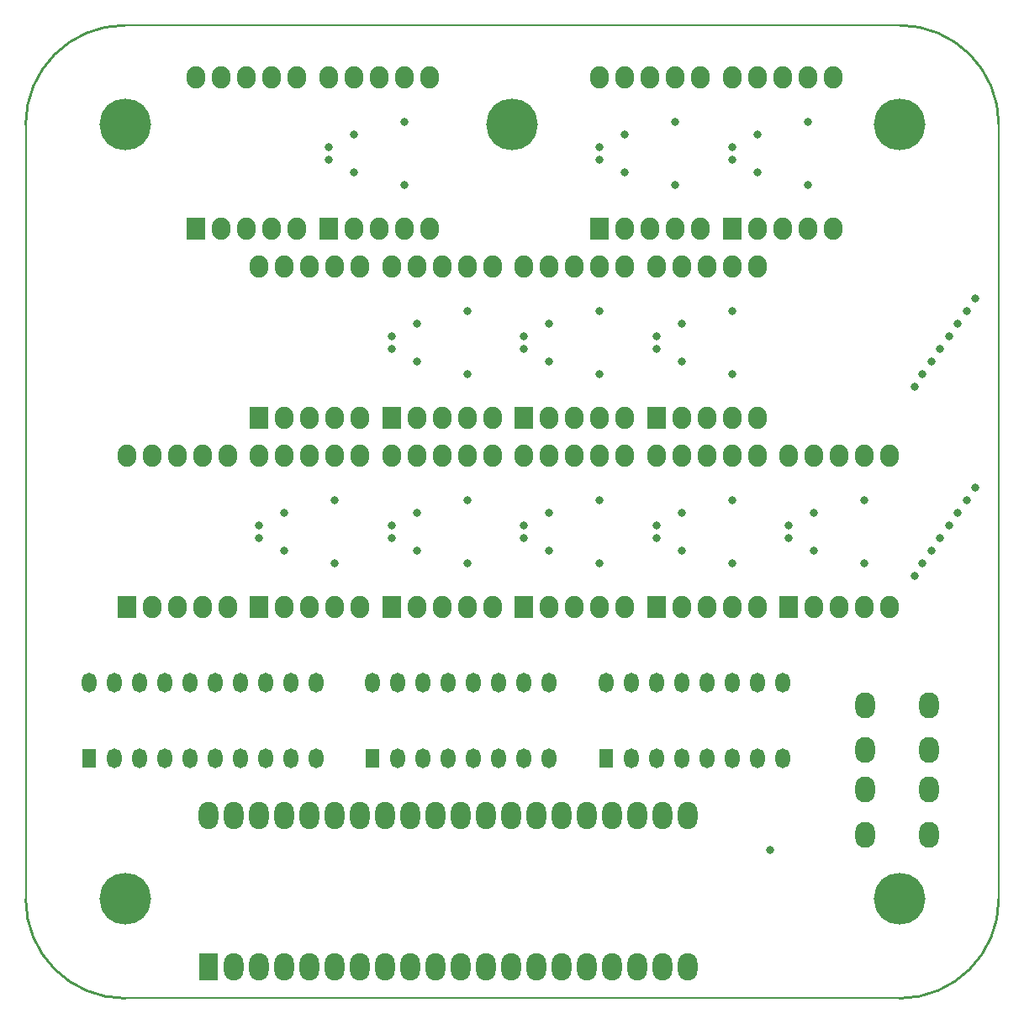
<source format=gbs>
G04 Layer_Color=16711935*
%FSLAX25Y25*%
%MOIN*%
G70*
G01*
G75*
%ADD11C,0.01000*%
%ADD12C,0.00787*%
%ADD25O,0.07300X0.08800*%
%ADD26R,0.07300X0.08800*%
%ADD27R,0.05800X0.07800*%
%ADD28O,0.05800X0.07800*%
%ADD29C,0.20485*%
%ADD30R,0.07800X0.10800*%
%ADD31O,0.07800X0.10800*%
%ADD32O,0.07887X0.10249*%
%ADD33C,0.03200*%
D11*
X385827Y346457D02*
G03*
X346457Y385827I-39370J0D01*
G01*
X346457Y-0D02*
G03*
X385827Y39370I0J39370D01*
G01*
X0Y39370D02*
G03*
X39370Y0I39370J0D01*
G01*
X39370Y385827D02*
G03*
X-0Y346457I0J-39370D01*
G01*
D12*
X39370Y385827D02*
X346457D01*
X385827Y39370D02*
Y346457D01*
X39370Y0D02*
X346457D01*
X0Y39370D02*
Y346457D01*
D25*
X80000Y215000D02*
D03*
X70000D02*
D03*
X60000D02*
D03*
X50000D02*
D03*
X40000D02*
D03*
X80000Y155000D02*
D03*
X70000D02*
D03*
X60000D02*
D03*
X50000D02*
D03*
X132500Y215000D02*
D03*
X122500D02*
D03*
X112500D02*
D03*
X102500D02*
D03*
X92500D02*
D03*
X132500Y155000D02*
D03*
X122500D02*
D03*
X112500D02*
D03*
X102500D02*
D03*
X185000Y215000D02*
D03*
X175000D02*
D03*
X165000D02*
D03*
X155000D02*
D03*
X145000D02*
D03*
X185000Y155000D02*
D03*
X175000D02*
D03*
X165000D02*
D03*
X155000D02*
D03*
X237500Y215000D02*
D03*
X227500D02*
D03*
X217500D02*
D03*
X207500D02*
D03*
X197500D02*
D03*
X237500Y155000D02*
D03*
X227500D02*
D03*
X217500D02*
D03*
X207500D02*
D03*
X290000Y215000D02*
D03*
X280000D02*
D03*
X270000D02*
D03*
X260000D02*
D03*
X250000D02*
D03*
X290000Y155000D02*
D03*
X280000D02*
D03*
X270000D02*
D03*
X260000D02*
D03*
X342500Y215000D02*
D03*
X332500D02*
D03*
X322500D02*
D03*
X312500D02*
D03*
X302500D02*
D03*
X342500Y155000D02*
D03*
X332500D02*
D03*
X322500D02*
D03*
X312500D02*
D03*
X107500Y365000D02*
D03*
X97500D02*
D03*
X87500D02*
D03*
X77500D02*
D03*
X67500D02*
D03*
X107500Y305000D02*
D03*
X97500D02*
D03*
X87500D02*
D03*
X77500D02*
D03*
X160000Y365000D02*
D03*
X150000D02*
D03*
X140000D02*
D03*
X130000D02*
D03*
X120000D02*
D03*
X160000Y305000D02*
D03*
X150000D02*
D03*
X140000D02*
D03*
X130000D02*
D03*
X267500Y365000D02*
D03*
X257500D02*
D03*
X247500D02*
D03*
X237500D02*
D03*
X227500D02*
D03*
X267500Y305000D02*
D03*
X257500D02*
D03*
X247500D02*
D03*
X237500D02*
D03*
X320000Y365000D02*
D03*
X310000D02*
D03*
X300000D02*
D03*
X290000D02*
D03*
X280000D02*
D03*
X320000Y305000D02*
D03*
X310000D02*
D03*
X300000D02*
D03*
X290000D02*
D03*
X132500Y290000D02*
D03*
X122500D02*
D03*
X112500D02*
D03*
X102500D02*
D03*
X92500D02*
D03*
X132500Y230000D02*
D03*
X122500D02*
D03*
X112500D02*
D03*
X102500D02*
D03*
X185000Y290000D02*
D03*
X175000D02*
D03*
X165000D02*
D03*
X155000D02*
D03*
X145000D02*
D03*
X185000Y230000D02*
D03*
X175000D02*
D03*
X165000D02*
D03*
X155000D02*
D03*
X237500Y290000D02*
D03*
X227500D02*
D03*
X217500D02*
D03*
X207500D02*
D03*
X197500D02*
D03*
X237500Y230000D02*
D03*
X227500D02*
D03*
X217500D02*
D03*
X207500D02*
D03*
X290000Y290000D02*
D03*
X280000D02*
D03*
X270000D02*
D03*
X260000D02*
D03*
X250000D02*
D03*
X290000Y230000D02*
D03*
X280000D02*
D03*
X270000D02*
D03*
X260000D02*
D03*
D26*
X40000Y155000D02*
D03*
X92500D02*
D03*
X145000D02*
D03*
X197500D02*
D03*
X250000D02*
D03*
X302500D02*
D03*
X67500Y305000D02*
D03*
X120000D02*
D03*
X227500D02*
D03*
X280000D02*
D03*
X92500Y230000D02*
D03*
X145000D02*
D03*
X197500D02*
D03*
X250000D02*
D03*
D27*
X230000Y95000D02*
D03*
X137500D02*
D03*
X25000D02*
D03*
D28*
X240000D02*
D03*
X250000D02*
D03*
X260000D02*
D03*
X270000D02*
D03*
X280000D02*
D03*
X290000D02*
D03*
X300000D02*
D03*
X230000Y125000D02*
D03*
X240000D02*
D03*
X250000D02*
D03*
X260000D02*
D03*
X270000D02*
D03*
X280000D02*
D03*
X290000D02*
D03*
X300000D02*
D03*
X147500Y95000D02*
D03*
X157500D02*
D03*
X167500D02*
D03*
X177500D02*
D03*
X187500D02*
D03*
X197500D02*
D03*
X207500D02*
D03*
X137500Y125000D02*
D03*
X147500D02*
D03*
X157500D02*
D03*
X167500D02*
D03*
X177500D02*
D03*
X187500D02*
D03*
X197500D02*
D03*
X207500D02*
D03*
X35000Y95000D02*
D03*
X45000D02*
D03*
X55000D02*
D03*
X65000D02*
D03*
X75000D02*
D03*
X85000D02*
D03*
X95000D02*
D03*
X105000D02*
D03*
X115000D02*
D03*
X25000Y125000D02*
D03*
X35000D02*
D03*
X45000D02*
D03*
X55000D02*
D03*
X65000D02*
D03*
X75000D02*
D03*
X85000D02*
D03*
X95000D02*
D03*
X105000D02*
D03*
X115000D02*
D03*
D29*
X39370Y39370D02*
D03*
Y346457D02*
D03*
X346457D02*
D03*
Y39370D02*
D03*
X192913Y346457D02*
D03*
D30*
X72500Y12500D02*
D03*
D31*
X82500D02*
D03*
X92500D02*
D03*
X102500D02*
D03*
X112500D02*
D03*
X122500D02*
D03*
X132500D02*
D03*
X142500D02*
D03*
X152500D02*
D03*
X162500D02*
D03*
X172500D02*
D03*
X182500D02*
D03*
X192500D02*
D03*
X202500D02*
D03*
X212500D02*
D03*
X222500D02*
D03*
X232500D02*
D03*
X242500D02*
D03*
X252500D02*
D03*
X262500D02*
D03*
X72500Y72500D02*
D03*
X82500D02*
D03*
X92500D02*
D03*
X102500D02*
D03*
X112500D02*
D03*
X122500D02*
D03*
X132500D02*
D03*
X142500D02*
D03*
X152500D02*
D03*
X162500D02*
D03*
X172500D02*
D03*
X182500D02*
D03*
X192500D02*
D03*
X202500D02*
D03*
X212500D02*
D03*
X222500D02*
D03*
X232500D02*
D03*
X242500D02*
D03*
X252500D02*
D03*
X262500D02*
D03*
D32*
X358268Y116142D02*
D03*
X332677D02*
D03*
X358268Y98425D02*
D03*
X332677D02*
D03*
X358268Y82677D02*
D03*
X332677D02*
D03*
X358268Y64961D02*
D03*
X332677D02*
D03*
D33*
X92500Y182500D02*
D03*
X102500Y177500D02*
D03*
X122500Y172500D02*
D03*
X92500Y187500D02*
D03*
X102500Y192500D02*
D03*
X122500Y197500D02*
D03*
X175000D02*
D03*
X155000Y192500D02*
D03*
X145000Y187500D02*
D03*
X175000Y172500D02*
D03*
X155000Y177500D02*
D03*
X145000Y182500D02*
D03*
X227500Y197500D02*
D03*
X207500Y192500D02*
D03*
X197500Y187500D02*
D03*
X227500Y172500D02*
D03*
X207500Y177500D02*
D03*
X197500Y182500D02*
D03*
X280000Y197500D02*
D03*
X260000Y192500D02*
D03*
X250000Y187500D02*
D03*
X280000Y172500D02*
D03*
X260000Y177500D02*
D03*
X250000Y182500D02*
D03*
X332500Y197500D02*
D03*
X312500Y192500D02*
D03*
X302500Y187500D02*
D03*
X332500Y172500D02*
D03*
X312500Y177500D02*
D03*
X302500Y182500D02*
D03*
X250000Y257500D02*
D03*
X260000Y252500D02*
D03*
X280000Y247500D02*
D03*
X250000Y262500D02*
D03*
X260000Y267500D02*
D03*
X280000Y272500D02*
D03*
X197500Y257500D02*
D03*
X207500Y252500D02*
D03*
X227500Y247500D02*
D03*
X197500Y262500D02*
D03*
X207500Y267500D02*
D03*
X227500Y272500D02*
D03*
X175000D02*
D03*
X155000Y267500D02*
D03*
X145000Y262500D02*
D03*
X175000Y247500D02*
D03*
X155000Y252500D02*
D03*
X145000Y257500D02*
D03*
X150000Y347500D02*
D03*
X130000Y342500D02*
D03*
X120000Y337500D02*
D03*
X150000Y322500D02*
D03*
X130000Y327500D02*
D03*
X120000Y332500D02*
D03*
X227500D02*
D03*
X237500Y327500D02*
D03*
X257500Y322500D02*
D03*
X227500Y337500D02*
D03*
X237500Y342500D02*
D03*
X257500Y347500D02*
D03*
X280000Y332500D02*
D03*
X290000Y327500D02*
D03*
X310000Y322500D02*
D03*
X280000Y337500D02*
D03*
X290000Y342500D02*
D03*
X310000Y347500D02*
D03*
X352500Y167500D02*
D03*
X355500Y172500D02*
D03*
X359000Y177500D02*
D03*
X362500Y182500D02*
D03*
X366000Y187500D02*
D03*
X369500Y192500D02*
D03*
X373000Y197500D02*
D03*
X376500Y202500D02*
D03*
Y277500D02*
D03*
X373000Y272500D02*
D03*
X369500Y267500D02*
D03*
X366000Y262500D02*
D03*
X362500Y257500D02*
D03*
X359000Y252500D02*
D03*
X355500Y247500D02*
D03*
X352500Y242500D02*
D03*
X295079Y58858D02*
D03*
M02*

</source>
